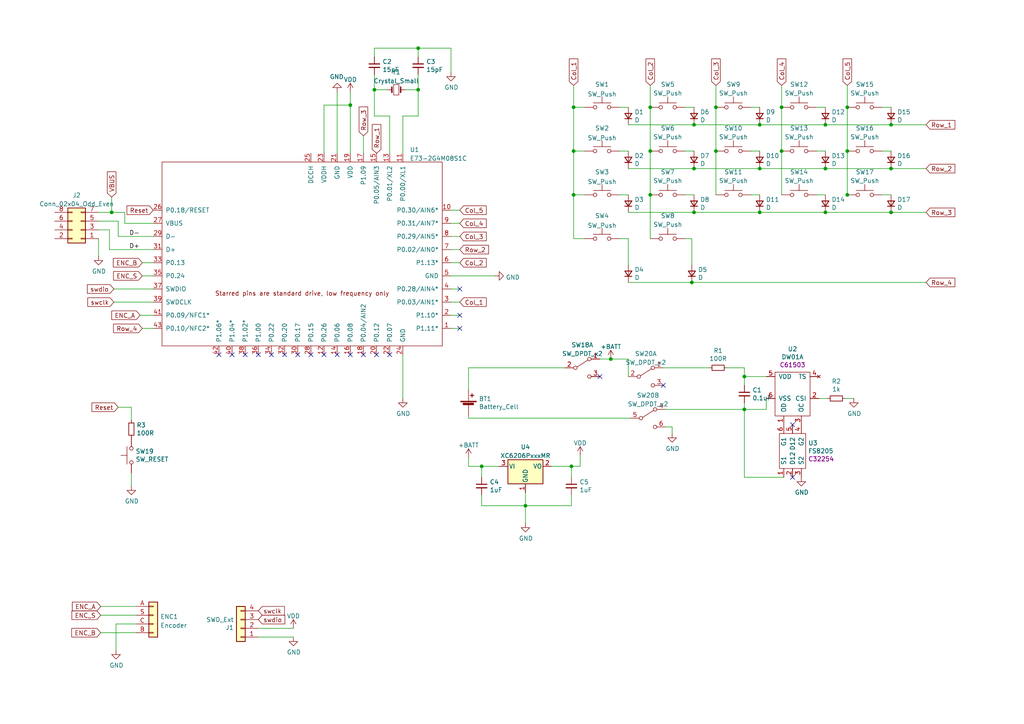
<source format=kicad_sch>
(kicad_sch (version 20211123) (generator eeschema)
  (paper "A4")
  (lib_symbols
    (symbol "Conn_01x04_1" (pin_names (offset 1.016) hide)
      (property "Reference" "ENC?" (at 2.032 -0.4353 0))
      (property "Value" "Conn_01x04_1" (at 2.032 -2.9722 0))
      (symbol "Conn_01x04_1_1_1"
        (rectangle (start -1.27 -4.953) (end 0 -5.207) (stroke (width 0.1524)))
        (rectangle (start -1.27 -2.413) (end 0 -2.667) (stroke (width 0.1524)))
        (rectangle (start -1.27 0.127) (end 0 -0.127) (stroke (width 0.1524)))
        (rectangle (start -1.27 2.667) (end 0 2.413) (stroke (width 0.1524)))
        (rectangle (start -1.27 3.81) (end 1.27 -6.35) (stroke (width 0.254)) (fill (type background)))
        (pin passive line (at -5.08 2.54 0) (length 3.81) (name "A") (number "A"))
        (pin passive line (at -5.08 -5.08 0) (length 3.81) (name "B") (number "B"))
        (pin passive line (at -5.08 -2.54 0) (length 3.81) (name "C") (number "C"))
        (pin passive line (at -5.08 0 0) (length 3.81) (name "S") (number "S"))
      )
    )
    (symbol "Connector_Generic:Conn_01x04" (pin_names (offset 1.016) hide)
      (property "Reference" "J" (at 0 5.08 0))
      (property "Value" "Conn_01x04" (at 0 -7.62 0))
      (symbol "Conn_01x04_1_1"
        (rectangle (start -1.27 -4.953) (end 0 -5.207) (stroke (width 0.1524)))
        (rectangle (start -1.27 -2.413) (end 0 -2.667) (stroke (width 0.1524)))
        (rectangle (start -1.27 0.127) (end 0 -0.127) (stroke (width 0.1524)))
        (rectangle (start -1.27 2.667) (end 0 2.413) (stroke (width 0.1524)))
        (rectangle (start -1.27 3.81) (end 1.27 -6.35) (stroke (width 0.254)) (fill (type background)))
        (pin passive line (at -5.08 2.54 0) (length 3.81) (name "Pin_1") (number "1"))
        (pin passive line (at -5.08 0 0) (length 3.81) (name "Pin_2") (number "2"))
        (pin passive line (at -5.08 -2.54 0) (length 3.81) (name "Pin_3") (number "3"))
        (pin passive line (at -5.08 -5.08 0) (length 3.81) (name "Pin_4") (number "4"))
      )
    )
    (symbol "Connector_Generic:Conn_02x04_Odd_Even" (pin_names (offset 1.016) hide)
      (property "Reference" "J" (at 1.27 5.08 0))
      (property "Value" "Conn_02x04_Odd_Even" (at 1.27 -7.62 0))
      (symbol "Conn_02x04_Odd_Even_1_1"
        (rectangle (start -1.27 -4.953) (end 0 -5.207) (stroke (width 0.1524)))
        (rectangle (start -1.27 -2.413) (end 0 -2.667) (stroke (width 0.1524)))
        (rectangle (start -1.27 0.127) (end 0 -0.127) (stroke (width 0.1524)))
        (rectangle (start -1.27 2.667) (end 0 2.413) (stroke (width 0.1524)))
        (rectangle (start -1.27 3.81) (end 3.81 -6.35) (stroke (width 0.254)) (fill (type background)))
        (rectangle (start 3.81 -4.953) (end 2.54 -5.207) (stroke (width 0.1524)))
        (rectangle (start 3.81 -2.413) (end 2.54 -2.667) (stroke (width 0.1524)))
        (rectangle (start 3.81 0.127) (end 2.54 -0.127) (stroke (width 0.1524)))
        (rectangle (start 3.81 2.667) (end 2.54 2.413) (stroke (width 0.1524)))
        (pin passive line (at -5.08 2.54 0) (length 3.81) (name "Pin_1") (number "1"))
        (pin passive line (at 7.62 2.54 180) (length 3.81) (name "Pin_2") (number "2"))
        (pin passive line (at -5.08 0 0) (length 3.81) (name "Pin_3") (number "3"))
        (pin passive line (at 7.62 0 180) (length 3.81) (name "Pin_4") (number "4"))
        (pin passive line (at -5.08 -2.54 0) (length 3.81) (name "Pin_5") (number "5"))
        (pin passive line (at 7.62 -2.54 180) (length 3.81) (name "Pin_6") (number "6"))
        (pin passive line (at -5.08 -5.08 0) (length 3.81) (name "Pin_7") (number "7"))
        (pin passive line (at 7.62 -5.08 180) (length 3.81) (name "Pin_8") (number "8"))
      )
    )
    (symbol "Device:Battery_Cell" (pin_numbers hide) (pin_names (offset 0) hide)
      (property "Reference" "BT" (at 2.54 2.54 0))
      (property "Value" "Battery_Cell" (at 2.54 0 0))
      (symbol "Battery_Cell_0_1"
        (rectangle (start -2.286 1.778) (end 2.286 1.524) (fill (type outline)))
        (rectangle (start -1.5748 1.1938) (end 1.4732 0.6858) (fill (type outline)))
        (polyline (pts (xy 0 0.762) (xy 0 0)))
        (polyline (pts (xy 0 1.778) (xy 0 2.54)))
        (polyline (pts (xy 0.508 3.429) (xy 1.524 3.429)) (stroke (width 0.254)))
        (polyline (pts (xy 1.016 3.937) (xy 1.016 2.921)) (stroke (width 0.254)))
      )
      (symbol "Battery_Cell_1_1"
        (pin passive line (at 0 5.08 270) (length 2.54) (name "+") (number "1"))
        (pin passive line (at 0 -2.54 90) (length 2.54) (name "-") (number "2"))
      )
    )
    (symbol "Device:C_Small" (pin_numbers hide) (pin_names (offset 0.254) hide)
      (property "Reference" "C" (at 0.254 1.778 0))
      (property "Value" "C_Small" (at 0.254 -2.032 0))
      (symbol "C_Small_0_1"
        (polyline (pts (xy -1.524 -0.508) (xy 1.524 -0.508)) (stroke (width 0.3302)))
        (polyline (pts (xy -1.524 0.508) (xy 1.524 0.508)) (stroke (width 0.3048)))
      )
      (symbol "C_Small_1_1"
        (pin passive line (at 0 2.54 270) (length 2.032) (name "~") (number "1"))
        (pin passive line (at 0 -2.54 90) (length 2.032) (name "~") (number "2"))
      )
    )
    (symbol "Device:Crystal_Small" (pin_numbers hide) (pin_names (offset 1.016) hide)
      (property "Reference" "Y" (at 0 2.54 0))
      (property "Value" "Crystal_Small" (at 0 -2.54 0))
      (symbol "Crystal_Small_0_1"
        (rectangle (start -0.762 -1.524) (end 0.762 1.524))
        (polyline (pts (xy -1.27 -0.762) (xy -1.27 0.762)) (stroke (width 0.381)))
        (polyline (pts (xy 1.27 -0.762) (xy 1.27 0.762)) (stroke (width 0.381)))
      )
      (symbol "Crystal_Small_1_1"
        (pin passive line (at -2.54 0 0) (length 1.27) (name "1") (number "1"))
        (pin passive line (at 2.54 0 180) (length 1.27) (name "2") (number "2"))
      )
    )
    (symbol "Device:D_Small" (pin_numbers hide) (pin_names (offset 0.254) hide)
      (property "Reference" "D" (at -1.27 2.032 0))
      (property "Value" "D_Small" (at -3.81 -2.032 0))
      (symbol "D_Small_0_1"
        (polyline (pts (xy -0.762 -1.016) (xy -0.762 1.016)) (stroke (width 0.254)))
        (polyline (pts (xy -0.762 0) (xy 0.762 0)))
        (polyline (pts (xy 0.762 -1.016) (xy -0.762 0) (xy 0.762 1.016) (xy 0.762 -1.016)) (stroke (width 0.254)))
      )
      (symbol "D_Small_1_1"
        (pin passive line (at -2.54 0 0) (length 1.778) (name "K") (number "1"))
        (pin passive line (at 2.54 0 180) (length 1.778) (name "A") (number "2"))
      )
    )
    (symbol "Device:R_Small" (pin_numbers hide) (pin_names (offset 0.254) hide)
      (property "Reference" "R" (at 0.762 0.508 0))
      (property "Value" "R_Small" (at 0.762 -1.016 0))
      (symbol "R_Small_0_1"
        (rectangle (start -0.762 1.778) (end 0.762 -1.778) (stroke (width 0.2032)))
      )
      (symbol "R_Small_1_1"
        (pin passive line (at 0 2.54 270) (length 0.762) (name "~") (number "1"))
        (pin passive line (at 0 -2.54 90) (length 0.762) (name "~") (number "2"))
      )
    )
    (symbol "Regulator_Linear:XC6206PxxxMR" (pin_names (offset 0.254))
      (property "Reference" "U" (at -3.81 3.175 0))
      (property "Value" "XC6206PxxxMR" (at 0 3.175 0))
      (symbol "XC6206PxxxMR_0_1"
        (rectangle (start -5.08 1.905) (end 5.08 -5.08) (stroke (width 0.254)) (fill (type background)))
      )
      (symbol "XC6206PxxxMR_1_1"
        (pin power_in line (at 0 -7.62 90) (length 2.54) (name "GND") (number "1"))
        (pin power_out line (at 7.62 0 180) (length 2.54) (name "VO") (number "2"))
        (pin power_in line (at -7.62 0 0) (length 2.54) (name "VI") (number "3"))
      )
    )
    (symbol "Switch:SW_DPDT_x2" (pin_names (offset 0) hide)
      (property "Reference" "SW" (at 0 4.318 0))
      (property "Value" "SW_DPDT_x2" (at 0 -5.08 0))
      (symbol "SW_DPDT_x2_0_0"
        (circle (center -2.032 0) (radius 0.508))
        (circle (center 2.032 -2.54) (radius 0.508))
      )
      (symbol "SW_DPDT_x2_0_1"
        (polyline (pts (xy -1.524 0.254) (xy 1.651 2.286)))
        (circle (center 2.032 2.54) (radius 0.508))
      )
      (symbol "SW_DPDT_x2_1_1"
        (pin passive line (at 5.08 2.54 180) (length 2.54) (name "A") (number "1"))
        (pin passive line (at -5.08 0 0) (length 2.54) (name "B") (number "2"))
        (pin passive line (at 5.08 -2.54 180) (length 2.54) (name "C") (number "3"))
      )
      (symbol "SW_DPDT_x2_2_1"
        (pin passive line (at 5.08 2.54 180) (length 2.54) (name "A") (number "4"))
        (pin passive line (at -5.08 0 0) (length 2.54) (name "B") (number "5"))
        (pin passive line (at 5.08 -2.54 180) (length 2.54) (name "C") (number "6"))
      )
    )
    (symbol "Switch:SW_Push" (pin_numbers hide) (pin_names (offset 1.016) hide)
      (property "Reference" "SW" (at 1.27 2.54 0))
      (property "Value" "SW_Push" (at 0 -1.524 0))
      (symbol "SW_Push_0_1"
        (circle (center -2.032 0) (radius 0.508))
        (polyline (pts (xy 0 1.27) (xy 0 3.048)))
        (polyline (pts (xy 2.54 1.27) (xy -2.54 1.27)))
        (circle (center 2.032 0) (radius 0.508))
        (pin passive line (at -5.08 0 0) (length 2.54) (name "1") (number "1"))
        (pin passive line (at 5.08 0 180) (length 2.54) (name "2") (number "2"))
      )
    )
    (symbol "le_chiff_ble-rescue:DW01A-kicad-keyboard-parts" (pin_names (offset 1.016))
      (property "Reference" "U" (at -5.08 7.62 0))
      (property "Value" "DW01A-kicad-keyboard-parts" (at 2.54 7.62 0))
      (property "LCSC" "C61503" (at 0 0 0))
      (symbol "DW01A-kicad-keyboard-parts_0_1"
        (rectangle (start -5.08 6.35) (end 5.08 -6.35))
      )
      (symbol "DW01A-kicad-keyboard-parts_1_1"
        (pin output line (at -2.54 -8.89 90) (length 2.54) (name "OD") (number "1"))
        (pin input line (at 7.62 -1.27 180) (length 2.54) (name "CSI") (number "2"))
        (pin output line (at 2.54 -8.89 90) (length 2.54) (name "OC") (number "3"))
        (pin no_connect line (at 7.62 5.08 180) (length 2.54) (name "TS") (number "4"))
        (pin power_in line (at -7.62 5.08 0) (length 2.54) (name "VDD") (number "5"))
        (pin power_in line (at -7.62 -1.27 0) (length 2.54) (name "VSS") (number "6"))
      )
    )
    (symbol "le_chiff_ble-rescue:FS8205-kicad-keyboard-parts" (pin_names (offset 1.016))
      (property "Reference" "U" (at -3.81 5.08 0))
      (property "Value" "FS8205-kicad-keyboard-parts" (at -1.27 -5.08 0))
      (property "LCSC" "C32254" (at 0 0 0))
      (symbol "FS8205-kicad-keyboard-parts_0_1"
        (rectangle (start -5.08 3.81) (end 5.08 -3.81))
      )
      (symbol "FS8205-kicad-keyboard-parts_1_1"
        (pin power_in line (at -7.62 2.54 0) (length 2.54) (name "S1") (number "1"))
        (pin power_in line (at -7.62 0 0) (length 2.54) (name "D12") (number "2"))
        (pin power_in line (at -7.62 -2.54 0) (length 2.54) (name "S2") (number "3"))
        (pin input line (at 7.62 -2.54 180) (length 2.54) (name "G2") (number "4"))
        (pin power_in line (at 7.62 0 180) (length 2.54) (name "D12") (number "5"))
        (pin input line (at 7.62 2.54 180) (length 2.54) (name "G1") (number "6"))
      )
    )
    (symbol "power:+BATT" (power) (pin_names (offset 0))
      (property "Value" "+BATT" (at 0 3.556 0))
      (symbol "+BATT_0_1"
        (polyline (pts (xy -0.762 1.27) (xy 0 2.54)))
        (polyline (pts (xy 0 0) (xy 0 2.54)))
        (polyline (pts (xy 0 2.54) (xy 0.762 1.27)))
      )
      (symbol "+BATT_1_1"
        (pin power_in line (at 0 0 90) (length 0) hide (name "+BATT") (number "1"))
      )
    )
    (symbol "power:GND" (power) (pin_names (offset 0))
      (property "Value" "GND" (at 0 -3.81 0))
      (symbol "GND_0_1"
        (polyline (pts (xy 0 0) (xy 0 -1.27) (xy 1.27 -1.27) (xy 0 -2.54) (xy -1.27 -1.27) (xy 0 -1.27)))
      )
      (symbol "GND_1_1"
        (pin power_in line (at 0 0 270) (length 0) hide (name "GND") (number "1"))
      )
    )
    (symbol "power:VDD" (power) (pin_names (offset 0))
      (property "Value" "VDD" (at 0 3.81 0))
      (symbol "VDD_0_1"
        (polyline (pts (xy -0.762 1.27) (xy 0 2.54)))
        (polyline (pts (xy 0 0) (xy 0 2.54)))
        (polyline (pts (xy 0 2.54) (xy 0.762 1.27)))
      )
      (symbol "VDD_1_1"
        (pin power_in line (at 0 0 90) (length 0) hide (name "VDD") (number "1"))
      )
    )
    (symbol "weteor:E73-2G4M08S1C" (pin_names (offset 1.016))
      (property "Reference" "U" (at 0 3.81 0))
      (property "Value" "E73-2G4M08S1C" (at 0 1.27 0))
      (symbol "E73-2G4M08S1C_0_0"
        (text "Starred pins are standard drive, low frequency only" (at 0 -11.43 0) (effects (font (size 1.27 1.27))))
      )
      (symbol "E73-2G4M08S1C_0_1"
        (rectangle (start -40.64 26.67) (end 40.64 -26.67))
      )
      (symbol "E73-2G4M08S1C_1_1"
        (pin input line (at 43.18 -21.59 180) (length 2.54) (name "P1.11*") (number "1"))
        (pin input line (at 43.18 12.7 180) (length 2.54) (name "P0.30/AIN6*") (number "10"))
        (pin input line (at 29.21 29.21 270) (length 2.54) (name "P0.00/XL1") (number "11"))
        (pin input line (at 6.35 -29.21 90) (length 2.54) (name "P0.26") (number "12"))
        (pin input line (at 25.4 29.21 270) (length 2.54) (name "P0.01/XL2") (number "13"))
        (pin input line (at 10.16 -29.21 90) (length 2.54) (name "P0.06") (number "14"))
        (pin input line (at 21.59 29.21 270) (length 2.54) (name "P0.05/AIN3") (number "15"))
        (pin input line (at 13.97 -29.21 90) (length 2.54) (name "P0.08") (number "16"))
        (pin input line (at 17.78 29.21 270) (length 2.54) (name "P1.09") (number "17"))
        (pin input line (at 17.78 -29.21 90) (length 2.54) (name "P0.04/AIN2") (number "18"))
        (pin input line (at 13.97 29.21 270) (length 2.54) (name "VDD") (number "19"))
        (pin input line (at 43.18 -17.78 180) (length 2.54) (name "P1.10*") (number "2"))
        (pin input line (at 21.59 -29.21 90) (length 2.54) (name "P0.12") (number "20"))
        (pin input line (at 10.16 29.21 270) (length 2.54) (name "GND") (number "21"))
        (pin input line (at 25.4 -29.21 90) (length 2.54) (name "P0.07") (number "22"))
        (pin input line (at 6.35 29.21 270) (length 2.54) (name "VDDH") (number "23"))
        (pin input line (at 29.21 -29.21 90) (length 2.54) (name "GND") (number "24"))
        (pin input line (at 2.54 29.21 270) (length 2.54) (name "DCCH") (number "25"))
        (pin input line (at -43.18 12.7 0) (length 2.54) (name "P0.18/RESET") (number "26"))
        (pin input line (at -43.18 8.89 0) (length 2.54) (name "VBUS") (number "27"))
        (pin input line (at 2.54 -29.21 90) (length 2.54) (name "P0.15") (number "28"))
        (pin input line (at -43.18 5.08 0) (length 2.54) (name "D-") (number "29"))
        (pin input line (at 43.18 -13.97 180) (length 2.54) (name "P0.03/AIN1*") (number "3"))
        (pin input line (at -1.27 -29.21 90) (length 2.54) (name "P0.17") (number "30"))
        (pin input line (at -43.18 1.27 0) (length 2.54) (name "D+") (number "31"))
        (pin input line (at -5.08 -29.21 90) (length 2.54) (name "P0.20") (number "32"))
        (pin input line (at -43.18 -2.54 0) (length 2.54) (name "P0.13") (number "33"))
        (pin input line (at -8.89 -29.21 90) (length 2.54) (name "P0.22") (number "34"))
        (pin input line (at -43.18 -6.35 0) (length 2.54) (name "P0.24") (number "35"))
        (pin input line (at -12.7 -29.21 90) (length 2.54) (name "P1.00") (number "36"))
        (pin input line (at -43.18 -10.16 0) (length 2.54) (name "SWDIO") (number "37"))
        (pin input line (at -16.51 -29.21 90) (length 2.54) (name "P1.02*") (number "38"))
        (pin input line (at -43.18 -13.97 0) (length 2.54) (name "SWDCLK") (number "39"))
        (pin input line (at 43.18 -10.16 180) (length 2.54) (name "P0.28/AIN4*") (number "4"))
        (pin input line (at -20.32 -29.21 90) (length 2.54) (name "P1.04*") (number "40"))
        (pin input line (at -43.18 -17.78 0) (length 2.54) (name "P0.09/NFC1*") (number "41"))
        (pin input line (at -24.13 -29.21 90) (length 2.54) (name "P1.06*") (number "42"))
        (pin input line (at -43.18 -21.59 0) (length 2.54) (name "P0.10/NFC2*") (number "43"))
        (pin input line (at 43.18 -6.35 180) (length 2.54) (name "GND") (number "5"))
        (pin input line (at 43.18 -2.54 180) (length 2.54) (name "P1.13*") (number "6"))
        (pin input line (at 43.18 1.27 180) (length 2.54) (name "P0.02/AIN0*") (number "7"))
        (pin input line (at 43.18 5.08 180) (length 2.54) (name "P0.29/AIN5*") (number "8"))
        (pin input line (at 43.18 8.89 180) (length 2.54) (name "P0.31/AIN7*") (number "9"))
      )
    )
  )
  (junction (at 121.285 26.035))
  (junction (at 220.345 48.895))
  (junction (at 215.9 109.22))
  (junction (at 32.385 61.595))
  (junction (at 226.695 31.115))
  (junction (at 245.745 31.115))
  (junction (at 201.295 36.195))
  (junction (at 166.37 56.515))
  (junction (at 239.395 61.595))
  (junction (at 258.445 48.895))
  (junction (at 201.295 61.595))
  (junction (at 121.285 13.97))
  (junction (at 152.4 146.685))
  (junction (at 239.395 36.195))
  (junction (at 139.7 135.255))
  (junction (at 207.645 43.815))
  (junction (at 188.595 56.515))
  (junction (at 101.6 30.48))
  (junction (at 177.165 104.14))
  (junction (at 108.585 26.035))
  (junction (at 258.445 61.595))
  (junction (at 166.37 43.815))
  (junction (at 165.735 135.255))
  (junction (at 226.695 43.815))
  (junction (at 258.445 36.195))
  (junction (at 200.66 81.915))
  (junction (at 220.345 61.595))
  (junction (at 201.295 48.895))
  (junction (at 215.9 118.745))
  (junction (at 207.645 31.115))
  (junction (at 245.745 43.815))
  (junction (at 166.37 31.115))
  (junction (at 245.745 56.515))
  (junction (at 220.345 36.195))
  (junction (at 239.395 48.895))
  (junction (at 188.595 43.815))
  (junction (at 188.595 31.115))
  (no_connect (at 229.87 138.43))
  (no_connect (at 229.87 123.19))
  (no_connect (at 105.41 102.87))
  (no_connect (at 78.74 102.87))
  (no_connect (at 101.6 102.87))
  (no_connect (at 133.35 95.25))
  (no_connect (at 67.31 102.87))
  (no_connect (at 90.17 102.87))
  (no_connect (at 86.36 102.87))
  (no_connect (at 82.55 102.87))
  (no_connect (at 71.12 102.87))
  (no_connect (at 109.22 102.87))
  (no_connect (at 113.03 102.87))
  (no_connect (at 97.79 102.87))
  (no_connect (at 192.405 111.76))
  (no_connect (at 93.98 102.87))
  (no_connect (at 74.93 102.87))
  (no_connect (at 173.99 109.22))
  (no_connect (at 133.35 83.82))
  (no_connect (at 63.5 102.87))
  (no_connect (at 133.35 91.44))
  (wire (pts (xy 166.37 43.815) (xy 166.37 56.515)))
  (wire (pts (xy 108.585 13.97) (xy 121.285 13.97)))
  (wire (pts (xy 121.285 13.97) (xy 130.81 13.97)))
  (wire (pts (xy 215.9 109.22) (xy 222.25 109.22)))
  (wire (pts (xy 34.29 118.11) (xy 38.1 118.11)))
  (wire (pts (xy 179.705 31.115) (xy 182.245 31.115)))
  (wire (pts (xy 198.755 69.215) (xy 200.66 69.215)))
  (wire (pts (xy 29.21 178.435) (xy 39.37 178.435)))
  (wire (pts (xy 207.645 43.815) (xy 207.645 56.515)))
  (wire (pts (xy 210.82 106.68) (xy 215.9 106.68)))
  (wire (pts (xy 117.475 26.035) (xy 121.285 26.035)))
  (wire (pts (xy 201.295 61.595) (xy 220.345 61.595)))
  (wire (pts (xy 198.755 56.515) (xy 201.295 56.515)))
  (wire (pts (xy 217.805 31.115) (xy 220.345 31.115)))
  (wire (pts (xy 74.93 182.245) (xy 85.09 182.245)))
  (wire (pts (xy 239.395 36.195) (xy 258.445 36.195)))
  (wire (pts (xy 166.37 43.815) (xy 169.545 43.815)))
  (wire (pts (xy 188.595 31.115) (xy 188.595 43.815)))
  (wire (pts (xy 97.79 26.67) (xy 97.79 44.45)))
  (wire (pts (xy 41.275 76.2) (xy 44.45 76.2)))
  (wire (pts (xy 32.385 57.15) (xy 32.385 61.595)))
  (wire (pts (xy 192.405 106.68) (xy 205.74 106.68)))
  (wire (pts (xy 245.745 56.515) (xy 246.38 56.515)))
  (wire (pts (xy 135.89 132.715) (xy 135.89 135.255)))
  (wire (pts (xy 38.1 137.16) (xy 38.1 140.97)))
  (wire (pts (xy 182.245 104.14) (xy 182.245 109.22)))
  (wire (pts (xy 207.645 31.115) (xy 207.645 43.815)))
  (wire (pts (xy 236.855 43.815) (xy 239.395 43.815)))
  (wire (pts (xy 133.35 72.39) (xy 130.81 72.39)))
  (wire (pts (xy 116.84 33.655) (xy 116.84 44.45)))
  (wire (pts (xy 31.75 66.675) (xy 31.75 72.39)))
  (wire (pts (xy 258.445 48.895) (xy 268.605 48.895)))
  (wire (pts (xy 29.21 183.515) (xy 39.37 183.515)))
  (wire (pts (xy 258.445 61.595) (xy 268.605 61.595)))
  (wire (pts (xy 28.575 66.675) (xy 31.75 66.675)))
  (wire (pts (xy 93.98 30.48) (xy 101.6 30.48)))
  (wire (pts (xy 226.695 24.765) (xy 226.695 31.115)))
  (wire (pts (xy 152.4 142.875) (xy 152.4 146.685)))
  (wire (pts (xy 182.88 121.285) (xy 135.89 121.285)))
  (wire (pts (xy 139.7 135.255) (xy 135.89 135.255)))
  (wire (pts (xy 34.29 64.135) (xy 28.575 64.135)))
  (wire (pts (xy 152.4 146.685) (xy 152.4 151.765)))
  (wire (pts (xy 39.37 180.975) (xy 33.655 180.975)))
  (wire (pts (xy 207.645 24.765) (xy 207.645 31.115)))
  (wire (pts (xy 255.905 31.115) (xy 258.445 31.115)))
  (wire (pts (xy 193.04 123.825) (xy 194.945 123.825)))
  (wire (pts (xy 28.575 61.595) (xy 32.385 61.595)))
  (wire (pts (xy 108.585 16.51) (xy 108.585 13.97)))
  (wire (pts (xy 36.195 64.77) (xy 44.45 64.77)))
  (wire (pts (xy 44.45 68.58) (xy 34.29 68.58)))
  (wire (pts (xy 165.735 135.255) (xy 165.735 138.43)))
  (wire (pts (xy 188.595 43.815) (xy 188.595 56.515)))
  (wire (pts (xy 179.705 69.215) (xy 182.245 69.215)))
  (wire (pts (xy 215.9 118.745) (xy 222.25 118.745)))
  (wire (pts (xy 40.64 91.44) (xy 44.45 91.44)))
  (wire (pts (xy 258.445 36.195) (xy 268.605 36.195)))
  (wire (pts (xy 182.245 61.595) (xy 201.295 61.595)))
  (wire (pts (xy 245.11 115.57) (xy 247.65 115.57)))
  (wire (pts (xy 101.6 30.48) (xy 101.6 44.45)))
  (wire (pts (xy 215.9 109.22) (xy 215.9 111.76)))
  (wire (pts (xy 41.275 80.01) (xy 44.45 80.01)))
  (wire (pts (xy 74.93 184.785) (xy 85.09 184.785)))
  (wire (pts (xy 116.84 115.57) (xy 116.84 102.87)))
  (wire (pts (xy 217.805 56.515) (xy 220.345 56.515)))
  (wire (pts (xy 31.75 72.39) (xy 44.45 72.39)))
  (wire (pts (xy 121.285 13.97) (xy 121.285 16.51)))
  (wire (pts (xy 198.755 43.815) (xy 201.295 43.815)))
  (wire (pts (xy 166.37 31.115) (xy 166.37 43.815)))
  (wire (pts (xy 226.695 31.115) (xy 226.695 43.815)))
  (wire (pts (xy 245.745 43.815) (xy 245.745 56.515)))
  (wire (pts (xy 201.295 36.195) (xy 220.345 36.195)))
  (wire (pts (xy 121.285 26.035) (xy 121.285 33.655)))
  (wire (pts (xy 33.02 83.82) (xy 44.45 83.82)))
  (wire (pts (xy 139.7 135.255) (xy 139.7 138.43)))
  (wire (pts (xy 133.35 87.63) (xy 130.81 87.63)))
  (wire (pts (xy 188.595 56.515) (xy 188.595 69.215)))
  (wire (pts (xy 152.4 146.685) (xy 165.735 146.685)))
  (wire (pts (xy 182.245 48.895) (xy 201.295 48.895)))
  (wire (pts (xy 32.385 61.595) (xy 36.195 61.595)))
  (wire (pts (xy 34.29 68.58) (xy 34.29 64.135)))
  (wire (pts (xy 121.285 21.59) (xy 121.285 26.035)))
  (wire (pts (xy 133.35 76.2) (xy 130.81 76.2)))
  (wire (pts (xy 108.585 33.655) (xy 108.585 26.035)))
  (wire (pts (xy 237.49 115.57) (xy 240.03 115.57)))
  (wire (pts (xy 113.03 33.655) (xy 108.585 33.655)))
  (wire (pts (xy 179.705 56.515) (xy 182.245 56.515)))
  (wire (pts (xy 236.855 56.515) (xy 239.395 56.515)))
  (wire (pts (xy 182.245 81.915) (xy 200.66 81.915)))
  (wire (pts (xy 236.855 31.115) (xy 239.395 31.115)))
  (wire (pts (xy 33.02 87.63) (xy 44.45 87.63)))
  (wire (pts (xy 133.35 95.25) (xy 130.81 95.25)))
  (wire (pts (xy 182.245 36.195) (xy 201.295 36.195)))
  (wire (pts (xy 105.41 39.37) (xy 105.41 44.45)))
  (wire (pts (xy 93.98 44.45) (xy 93.98 30.48)))
  (wire (pts (xy 108.585 26.035) (xy 112.395 26.035)))
  (wire (pts (xy 41.275 95.25) (xy 44.45 95.25)))
  (wire (pts (xy 220.345 48.895) (xy 239.395 48.895)))
  (wire (pts (xy 198.755 31.115) (xy 201.295 31.115)))
  (wire (pts (xy 226.695 43.815) (xy 226.695 56.515)))
  (wire (pts (xy 165.735 146.685) (xy 165.735 143.51)))
  (wire (pts (xy 160.02 135.255) (xy 165.735 135.255)))
  (wire (pts (xy 101.6 26.67) (xy 101.6 30.48)))
  (wire (pts (xy 255.905 56.515) (xy 258.445 56.515)))
  (wire (pts (xy 166.37 56.515) (xy 169.545 56.515)))
  (wire (pts (xy 166.37 24.765) (xy 166.37 31.115)))
  (wire (pts (xy 215.9 116.84) (xy 215.9 118.745)))
  (wire (pts (xy 239.395 48.895) (xy 258.445 48.895)))
  (wire (pts (xy 133.35 60.96) (xy 130.81 60.96)))
  (wire (pts (xy 130.81 13.97) (xy 130.81 20.955)))
  (wire (pts (xy 200.66 81.915) (xy 268.605 81.915)))
  (wire (pts (xy 188.595 24.765) (xy 188.595 31.115)))
  (wire (pts (xy 222.25 118.745) (xy 222.25 115.57)))
  (wire (pts (xy 33.655 180.975) (xy 33.655 188.595)))
  (wire (pts (xy 179.705 43.815) (xy 182.245 43.815)))
  (wire (pts (xy 28.575 74.295) (xy 28.575 69.215)))
  (wire (pts (xy 166.37 56.515) (xy 166.37 69.215)))
  (wire (pts (xy 239.395 61.595) (xy 258.445 61.595)))
  (wire (pts (xy 201.295 48.895) (xy 220.345 48.895)))
  (wire (pts (xy 168.275 132.08) (xy 168.275 135.255)))
  (wire (pts (xy 133.35 83.82) (xy 130.81 83.82)))
  (wire (pts (xy 133.35 64.77) (xy 130.81 64.77)))
  (wire (pts (xy 143.51 80.01) (xy 130.81 80.01)))
  (wire (pts (xy 215.9 106.68) (xy 215.9 109.22)))
  (wire (pts (xy 200.66 69.215) (xy 200.66 76.835)))
  (wire (pts (xy 135.89 106.68) (xy 135.89 113.03)))
  (wire (pts (xy 166.37 31.115) (xy 169.545 31.115)))
  (wire (pts (xy 139.7 146.685) (xy 152.4 146.685)))
  (wire (pts (xy 217.805 43.815) (xy 220.345 43.815)))
  (wire (pts (xy 245.745 24.765) (xy 245.745 31.115)))
  (wire (pts (xy 135.89 120.65) (xy 135.89 121.285)))
  (wire (pts (xy 121.285 33.655) (xy 116.84 33.655)))
  (wire (pts (xy 194.945 123.825) (xy 194.945 125.73)))
  (wire (pts (xy 215.9 138.43) (xy 227.33 138.43)))
  (wire (pts (xy 220.345 36.195) (xy 239.395 36.195)))
  (wire (pts (xy 255.905 43.815) (xy 258.445 43.815)))
  (wire (pts (xy 220.345 61.595) (xy 239.395 61.595)))
  (wire (pts (xy 245.745 31.115) (xy 245.745 43.815)))
  (wire (pts (xy 133.35 91.44) (xy 130.81 91.44)))
  (wire (pts (xy 144.78 135.255) (xy 139.7 135.255)))
  (wire (pts (xy 165.735 135.255) (xy 168.275 135.255)))
  (wire (pts (xy 177.165 104.14) (xy 182.245 104.14)))
  (wire (pts (xy 29.21 175.895) (xy 39.37 175.895)))
  (wire (pts (xy 36.195 61.595) (xy 36.195 64.77)))
  (wire (pts (xy 38.1 118.11) (xy 38.1 121.92)))
  (wire (pts (xy 108.585 21.59) (xy 108.585 26.035)))
  (wire (pts (xy 182.245 69.215) (xy 182.245 76.835)))
  (wire (pts (xy 173.99 104.14) (xy 177.165 104.14)))
  (wire (pts (xy 113.03 44.45) (xy 113.03 33.655)))
  (wire (pts (xy 133.35 68.58) (xy 130.81 68.58)))
  (wire (pts (xy 215.9 118.745) (xy 193.04 118.745)))
  (wire (pts (xy 166.37 69.215) (xy 169.545 69.215)))
  (wire (pts (xy 135.89 106.68) (xy 163.83 106.68)))
  (wire (pts (xy 215.9 118.745) (xy 215.9 138.43)))
  (wire (pts (xy 139.7 146.685) (xy 139.7 143.51)))
  (label "D+" (at 37.465 72.39 0))
  (label "D-" (at 37.465 68.58 0))
  (global_label "Row_4" (shape input) (at 268.605 81.915 0) (property "Intersheet References" "${INTERSHEET_REFS}" (effects hide)))
  (global_label "Row_1" (shape input) (at 268.605 36.195 0) (property "Intersheet References" "${INTERSHEET_REFS}" (effects hide)))
  (global_label "ENC_S" (shape input) (at 41.275 80.01 180) (property "Intersheet References" "${INTERSHEET_REFS}" (effects hide)))
  (global_label "Row_3" (shape input) (at 268.605 61.595 0) (property "Intersheet References" "${INTERSHEET_REFS}" (effects hide)))
  (global_label "Col_3" (shape input) (at 207.645 24.765 90) (property "Intersheet References" "${INTERSHEET_REFS}" (effects hide)))
  (global_label "swclk" (shape input) (at 33.02 87.63 180) (property "Intersheetrefs" "${INTERSHEET_REFS}" (effects hide)))
  (global_label "Col_4" (shape input) (at 226.695 24.765 90) (property "Intersheet References" "${INTERSHEET_REFS}" (effects hide)))
  (global_label "ENC_B" (shape input) (at 29.21 183.515 180) (property "Intersheet References" "${INTERSHEET_REFS}" (effects hide)))
  (global_label "ENC_A" (shape input) (at 40.64 91.44 180) (property "Intersheet References" "${INTERSHEET_REFS}" (effects hide)))
  (global_label "swclk" (shape input) (at 74.93 177.165 0) (property "Intersheetrefs" "${INTERSHEET_REFS}" (effects hide)))
  (global_label "Reset" (shape input) (at 34.29 118.11 180) (property "Intersheet References" "${INTERSHEET_REFS}" (effects hide)))
  (global_label "ENC_S" (shape input) (at 29.21 178.435 180) (property "Intersheet References" "${INTERSHEET_REFS}" (effects hide)))
  (global_label "Row_1" (shape input) (at 109.22 44.45 90) (property "Intersheet References" "${INTERSHEET_REFS}" (effects hide)))
  (global_label "Reset" (shape input) (at 44.45 60.96 180) (property "Intersheet References" "${INTERSHEET_REFS}" (effects hide)))
  (global_label "Row_2" (shape input) (at 133.35 72.39 0) (property "Intersheet References" "${INTERSHEET_REFS}" (effects hide)))
  (global_label "Row_2" (shape input) (at 268.605 48.895 0) (property "Intersheet References" "${INTERSHEET_REFS}" (effects hide)))
  (global_label "ENC_B" (shape input) (at 41.275 76.2 180) (property "Intersheet References" "${INTERSHEET_REFS}" (effects hide)))
  (global_label "swdio" (shape input) (at 74.93 179.705 0) (property "Intersheetrefs" "${INTERSHEET_REFS}" (effects hide)))
  (global_label "ENC_A" (shape input) (at 29.21 175.895 180) (property "Intersheet References" "${INTERSHEET_REFS}" (effects hide)))
  (global_label "Col_5" (shape input) (at 245.745 24.765 90) (property "Intersheet References" "${INTERSHEET_REFS}" (effects hide)))
  (global_label "Col_3" (shape input) (at 133.35 68.58 0) (property "Intersheet References" "${INTERSHEET_REFS}" (effects hide)))
  (global_label "VBUS" (shape input) (at 32.385 57.15 90) (property "Intersheet References" "${INTERSHEET_REFS}" (effects hide)))
  (global_label "Col_4" (shape input) (at 133.35 64.77 0) (property "Intersheet References" "${INTERSHEET_REFS}" (effects hide)))
  (global_label "Row_4" (shape input) (at 41.275 95.25 180) (property "Intersheet References" "${INTERSHEET_REFS}" (effects hide)))
  (global_label "Row_3" (shape input) (at 105.41 39.37 90) (property "Intersheet References" "${INTERSHEET_REFS}" (effects hide)))
  (global_label "Col_2" (shape input) (at 133.35 76.2 0) (property "Intersheet References" "${INTERSHEET_REFS}" (effects hide)))
  (global_label "Col_5" (shape input) (at 133.35 60.96 0) (property "Intersheet References" "${INTERSHEET_REFS}" (effects hide)))
  (global_label "Col_2" (shape input) (at 188.595 24.765 90) (property "Intersheet References" "${INTERSHEET_REFS}" (effects hide)))
  (global_label "swdio" (shape input) (at 33.02 83.82 180) (property "Intersheetrefs" "${INTERSHEET_REFS}" (effects hide)))
  (global_label "Col_1" (shape input) (at 166.37 24.765 90) (property "Intersheet References" "${INTERSHEET_REFS}" (effects hide)))
  (global_label "Col_1" (shape input) (at 133.35 87.63 0) (property "Intersheet References" "${INTERSHEET_REFS}" (effects hide)))
  (symbol (lib_id "power:GND") (at 130.81 20.955 0) (unit 1)
    (property "Reference" "#PWR013" (effects hide))
    (property "Value" "GND" (at 130.937 25.3492 0))
  )
  (symbol (lib_id "Switch:SW_Push") (at 193.675 31.115 0) (unit 1)
    (property "Reference" "SW5" (at 193.675 24.4942 0))
    (property "Value" "SW_Push" (at 193.675 27.0311 0))
    (property "Footprint" "weteor:ChocV1_V2_Hotswap_3d" (effects hide))
  )
  (symbol (lib_id "Switch:SW_Push") (at 212.725 31.115 0) (unit 1)
    (property "Reference" "SW9" (at 212.725 24.4942 0))
    (property "Value" "SW_Push" (at 212.725 27.0311 0))
    (property "Footprint" "weteor:ChocV1_V2_Hotswap_3d" (effects hide))
  )
  (symbol (lib_id "Switch:SW_Push") (at 193.675 69.215 0) (unit 1)
    (property "Reference" "SW8" (at 193.675 62.5942 0))
    (property "Value" "SW_Push" (at 193.675 65.1311 0))
    (property "Footprint" "weteor:ChocV1_V2_Hotswap_1.5u" (effects hide))
  )
  (symbol (lib_id "Device:D_Small") (at 220.345 33.655 90) (unit 1)
    (property "Reference" "D9" (at 222.123 32.4866 90) (effects (justify right)))
    (property "Value" "D" (at 222.123 34.798 90) (effects (justify right)))
    (property "Footprint" "weteor:D_SOD-123" (effects hide))
  )
  (symbol (lib_id "Switch:SW_Push") (at 231.775 43.815 0) (unit 1)
    (property "Reference" "SW13" (at 231.775 37.1942 0))
    (property "Value" "SW_Push" (at 231.775 39.7311 0))
    (property "Footprint" "weteor:ChocV1_V2_Hotswap_3d" (effects hide))
  )
  (symbol (lib_id "Device:R_Small") (at 208.28 106.68 270) (unit 1)
    (property "Reference" "R1" (at 208.28 101.7016 90))
    (property "Value" "100R" (at 208.28 104.013 90))
    (property "Footprint" "Resistor_SMD:R_0603_1608Metric" (effects hide))
  )
  (symbol (lib_id "Device:R_Small") (at 242.57 115.57 270) (unit 1)
    (property "Reference" "R2" (at 242.57 110.5916 90))
    (property "Value" "1k" (at 242.57 112.903 90))
    (property "Footprint" "Resistor_SMD:R_0603_1608Metric" (effects hide))
  )
  (symbol (lib_id "Switch:SW_Push") (at 174.625 43.815 0) (unit 1)
    (property "Reference" "SW2" (at 174.625 37.1942 0))
    (property "Value" "SW_Push" (at 174.625 40.005 0))
    (property "Footprint" "weteor:ChocV1_V2_Hotswap_3d" (effects hide))
  )
  (symbol (lib_id "Device:D_Small") (at 182.245 33.655 90) (unit 1)
    (property "Reference" "D1" (at 184.023 32.4866 90) (effects (justify right)))
    (property "Value" "D" (at 184.023 34.798 90) (effects (justify right)))
    (property "Footprint" "weteor:D_SOD-123" (effects hide))
  )
  (symbol (lib_id "Device:D_Small") (at 239.395 46.355 90) (unit 1)
    (property "Reference" "D13" (at 241.173 45.1866 90) (effects (justify right)))
    (property "Value" "D" (at 241.173 47.498 90) (effects (justify right)))
    (property "Footprint" "weteor:D_SOD-123" (effects hide))
  )
  (symbol (lib_id "Device:C_Small") (at 165.735 140.97 0) (unit 1)
    (property "Reference" "C5" (at 168.0718 139.8016 0) (effects (justify left)))
    (property "Value" "1uF" (at 168.0718 142.113 0) (effects (justify left)))
    (property "Footprint" "Capacitor_SMD:C_0603_1608Metric" (effects hide))
  )
  (symbol (lib_id "Device:C_Small") (at 139.7 140.97 0) (unit 1)
    (property "Reference" "C4" (at 142.0368 139.8016 0) (effects (justify left)))
    (property "Value" "1uF" (at 142.0368 142.113 0) (effects (justify left)))
    (property "Footprint" "Capacitor_SMD:C_0603_1608Metric" (effects hide))
  )
  (symbol (lib_id "Switch:SW_Push") (at 231.775 56.515 0) (unit 1)
    (property "Reference" "SW14" (at 231.775 49.8942 0))
    (property "Value" "SW_Push" (at 231.775 52.4311 0))
    (property "Footprint" "weteor:ChocV1_V2_Hotswap_3d" (effects hide))
  )
  (symbol (lib_id "power:GND") (at 232.41 138.43 0) (unit 1)
    (property "Reference" "#PWR011" (effects hide))
    (property "Value" "GND" (at 232.537 142.8242 0))
  )
  (symbol (lib_id "Device:C_Small") (at 121.285 19.05 0) (unit 1)
    (property "Reference" "C3" (at 123.6218 17.8816 0) (effects (justify left)))
    (property "Value" "15pF" (at 123.6218 20.193 0) (effects (justify left)))
    (property "Footprint" "Capacitor_SMD:C_0603_1608Metric" (effects hide))
  )
  (symbol (lib_id "power:GND") (at 152.4 151.765 0) (unit 1)
    (property "Reference" "#PWR0104" (effects hide))
    (property "Value" "GND" (at 152.527 156.1592 0))
  )
  (symbol (lib_id "weteor:E73-2G4M08S1C") (at 87.63 73.66 0) (unit 1)
    (property "Reference" "U1" (at 118.8594 43.4172 0) (effects (justify left)))
    (property "Value" "E73-2G4M08S1C" (at 118.8594 45.9541 0) (effects (justify left)))
    (property "Footprint" "weteor:E73-2G4M08S1C_bottom" (effects hide))
  )
  (symbol (lib_id "power:+BATT") (at 177.165 104.14 0) (unit 1)
    (property "Reference" "#PWR010" (effects hide))
    (property "Value" "+BATT" (at 177.165 100.5642 0))
  )
  (symbol (lib_name "Conn_01x04_1") (lib_id "Connector_Generic:Conn_01x04") (at 44.45 178.435 0) (unit 1)
    (property "Reference" "ENC1" (at 46.482 178.8703 0) (effects (justify left)))
    (property "Value" "Encoder" (at 46.482 181.4072 0) (effects (justify left)))
    (property "Footprint" "weteor:Mitsumi_SIQ-02FVS3" (effects hide))
  )
  (symbol (lib_id "Switch:SW_Push") (at 212.725 43.815 0) (unit 1)
    (property "Reference" "SW10" (at 212.725 37.1942 0))
    (property "Value" "SW_Push" (at 212.725 39.7311 0))
    (property "Footprint" "weteor:ChocV1_V2_Hotswap_3d" (effects hide))
  )
  (symbol (lib_id "Switch:SW_Push") (at 250.825 56.515 0) (unit 1)
    (property "Reference" "SW17" (at 250.825 49.8942 0))
    (property "Value" "SW_Push" (at 250.825 52.4311 0))
    (property "Footprint" "weteor:ChocV1_V2_Hotswap_3d" (effects hide))
  )
  (symbol (lib_id "Regulator_Linear:XC6206PxxxMR") (at 152.4 135.255 0) (unit 1)
    (property "Reference" "U4" (at 152.4 129.6502 0))
    (property "Value" "XC6206PxxxMR" (at 152.4 132.1871 0))
    (property "Footprint" "Package_TO_SOT_SMD:SOT-23" (effects hide))
    (property "Datasheet" "https://www.torexsemi.com/file/xc6206/XC6206.pdf" (effects hide))
  )
  (symbol (lib_id "power:GND") (at 85.09 184.785 0) (unit 1)
    (property "Reference" "#PWR06" (effects hide))
    (property "Value" "GND" (at 85.217 189.1792 0))
  )
  (symbol (lib_id "power:GND") (at 38.1 140.97 0) (unit 1)
    (property "Reference" "#PWR08" (effects hide))
    (property "Value" "GND" (at 38.227 145.3642 0))
  )
  (symbol (lib_id "Device:D_Small") (at 182.245 79.375 90) (unit 1)
    (property "Reference" "D4" (at 184.023 78.2066 90) (effects (justify right)))
    (property "Value" "D" (at 184.023 80.518 90) (effects (justify right)))
    (property "Footprint" "weteor:D_SOD-123" (effects hide))
  )
  (symbol (lib_id "Device:D_Small") (at 200.66 79.375 90) (unit 1)
    (property "Reference" "D5" (at 202.438 78.2066 90) (effects (justify right)))
    (property "Value" "D" (at 202.438 80.518 90) (effects (justify right)))
    (property "Footprint" "weteor:D_SOD-123" (effects hide))
  )
  (symbol (lib_id "Device:C_Small") (at 108.585 19.05 0) (unit 1)
    (property "Reference" "C2" (at 110.9218 17.8816 0) (effects (justify left)))
    (property "Value" "15pF" (at 110.9218 20.193 0) (effects (justify left)))
    (property "Footprint" "Capacitor_SMD:C_0603_1608Metric" (effects hide))
  )
  (symbol (lib_id "Switch:SW_Push") (at 250.825 43.815 0) (unit 1)
    (property "Reference" "SW16" (at 250.825 37.1942 0))
    (property "Value" "SW_Push" (at 250.825 39.7311 0))
    (property "Footprint" "weteor:ChocV1_V2_Hotswap_3d" (effects hide))
  )
  (symbol (lib_id "power:VDD") (at 168.275 132.08 0) (unit 1)
    (property "Reference" "#PWR0103" (effects hide))
    (property "Value" "VDD" (at 168.275 128.5042 0))
  )
  (symbol (lib_id "Device:D_Small") (at 220.345 46.355 90) (unit 1)
    (property "Reference" "D10" (at 222.123 45.1866 90) (effects (justify right)))
    (property "Value" "D" (at 222.123 47.498 90) (effects (justify right)))
    (property "Footprint" "weteor:D_SOD-123" (effects hide))
  )
  (symbol (lib_id "Switch:SW_Push") (at 231.775 31.115 0) (unit 1)
    (property "Reference" "SW12" (at 231.775 24.4942 0))
    (property "Value" "SW_Push" (at 231.775 27.0311 0))
    (property "Footprint" "weteor:ChocV1_V2_Hotswap_3d" (effects hide))
  )
  (symbol (lib_id "Switch:SW_DPDT_x2") (at 168.91 106.68 0) (unit 1)
    (property "Reference" "SW18" (at 168.91 100.0592 0))
    (property "Value" "SW_DPDT_x2" (at 168.91 102.5961 0))
    (property "Footprint" "weteor:DPDT - C2837066" (effects hide))
  )
  (symbol (lib_id "Device:D_Small") (at 182.245 46.355 90) (unit 1)
    (property "Reference" "D2" (at 184.023 45.1866 90) (effects (justify right)))
    (property "Value" "D" (at 184.023 47.498 90) (effects (justify right)))
    (property "Footprint" "weteor:D_SOD-123" (effects hide))
  )
  (symbol (lib_id "power:GND") (at 33.655 188.595 0) (unit 1)
    (property "Reference" "#PWR02" (effects hide))
    (property "Value" "GND" (at 33.782 192.9892 0))
  )
  (symbol (lib_id "power:GND") (at 97.79 26.67 180) (unit 1)
    (property "Reference" "#PWR05" (effects hide))
    (property "Value" "GND" (at 97.663 22.2758 0))
  )
  (symbol (lib_id "Device:D_Small") (at 201.295 59.055 90) (unit 1)
    (property "Reference" "D8" (at 203.073 57.8866 90) (effects (justify right)))
    (property "Value" "D" (at 203.073 60.198 90) (effects (justify right)))
    (property "Footprint" "weteor:D_SOD-123" (effects hide))
  )
  (symbol (lib_id "power:VDD") (at 85.09 182.245 0) (unit 1)
    (property "Reference" "#PWR03" (effects hide))
    (property "Value" "VDD" (at 85.09 178.6692 0))
  )
  (symbol (lib_id "Switch:SW_Push") (at 250.825 31.115 0) (unit 1)
    (property "Reference" "SW15" (at 250.825 24.4942 0))
    (property "Value" "SW_Push" (at 250.825 27.0311 0))
    (property "Footprint" "weteor:ChocV1_V2_Hotswap_3d" (effects hide))
  )
  (symbol (lib_id "Switch:SW_Push") (at 174.625 69.215 0) (unit 1)
    (property "Reference" "SW4" (at 174.625 62.5942 0))
    (property "Value" "SW_Push" (at 174.625 65.405 0))
    (property "Footprint" "weteor:ChocV1_V2_Hotswap_3d" (effects hide))
  )
  (symbol (lib_id "Switch:SW_Push") (at 38.1 132.08 90) (unit 1)
    (property "Reference" "SW19" (at 39.3192 130.9116 90) (effects (justify right)))
    (property "Value" "SW_RESET" (at 39.3192 133.223 90) (effects (justify right)))
    (property "Footprint" "weteor:Micro_Push_Button_3x6x2.5mm" (effects hide))
  )
  (symbol (lib_id "Switch:SW_DPDT_x2") (at 187.325 109.22 0) (unit 1)
    (property "Reference" "SW20" (at 187.325 102.5992 0))
    (property "Value" "SW_DPDT_x2" (at 187.325 105.1361 0))
    (property "Footprint" "weteor:DPDT - C2837066" (effects hide))
  )
  (symbol (lib_id "le_chiff_ble-rescue:DW01A-kicad-keyboard-parts") (at 229.87 114.3 0) (unit 1)
    (property "Reference" "U2" (at 229.87 101.219 0))
    (property "Value" "DW01A" (at 229.87 103.5304 0))
    (property "Footprint" "Package_TO_SOT_SMD:SOT-23-6" (effects hide))
    (property "Datasheet" "https://datasheet.lcsc.com/szlcsc/Fortune-Semicon-DW01A-G_C61503.pdf" (effects hide))
    (property "LCSC" "C61503" (at 229.87 105.8418 0))
  )
  (symbol (lib_id "Connector_Generic:Conn_01x04") (at 69.85 182.245 180) (unit 1)
    (property "Reference" "J1" (at 67.818 182.0418 0) (effects (justify left)))
    (property "Value" "SWD_Ext" (at 67.818 179.7304 0) (effects (justify left)))
    (property "Footprint" "Connector_PinHeader_2.54mm:PinHeader_1x04_P2.54mm_Vertical" (effects hide))
  )
  (symbol (lib_id "Switch:SW_Push") (at 212.725 56.515 0) (unit 1)
    (property "Reference" "SW11" (at 212.725 49.8942 0))
    (property "Value" "SW_Push" (at 212.725 52.4311 0))
    (property "Footprint" "weteor:ChocV1_V2_Hotswap_3d" (effects hide))
  )
  (symbol (lib_id "Device:D_Small") (at 201.295 46.355 90) (unit 1)
    (property "Reference" "D7" (at 203.073 45.1866 90) (effects (justify right)))
    (property "Value" "D" (at 203.073 47.498 90) (effects (justify right)))
    (property "Footprint" "weteor:D_SOD-123" (effects hide))
  )
  (symbol (lib_id "Device:C_Small") (at 215.9 114.3 0) (unit 1)
    (property "Reference" "C1" (at 218.2368 113.1316 0) (effects (justify left)))
    (property "Value" "0.1uF" (at 218.2368 115.443 0) (effects (justify left)))
    (property "Footprint" "Capacitor_SMD:C_0603_1608Metric" (effects hide))
  )
  (symbol (lib_id "Device:D_Small") (at 182.245 59.055 90) (unit 1)
    (property "Reference" "D3" (at 184.023 57.8866 90) (effects (justify right)))
    (property "Value" "D" (at 184.023 60.198 90) (effects (justify right)))
    (property "Footprint" "weteor:D_SOD-123" (effects hide))
  )
  (symbol (lib_id "power:GND") (at 194.945 125.73 0) (unit 1)
    (property "Reference" "#PWR0102" (effects hide))
    (property "Value" "GND" (at 195.072 130.1242 0))
  )
  (symbol (lib_id "Switch:SW_Push") (at 193.675 43.815 0) (unit 1)
    (property "Reference" "SW6" (at 193.675 37.1942 0))
    (property "Value" "SW_Push" (at 193.675 39.7311 0))
    (property "Footprint" "weteor:ChocV1_V2_Hotswap_3d" (effects hide))
  )
  (symbol (lib_id "power:GND") (at 143.51 80.01 90) (unit 1)
    (property "Reference" "#PWR0101" (effects hide))
    (property "Value" "GND" (at 146.685 80.4438 90) (effects (justify right)))
  )
  (symbol (lib_id "power:GND") (at 247.65 115.57 0) (unit 1)
    (property "Reference" "#PWR012" (effects hide))
    (property "Value" "GND" (at 247.777 119.9642 0))
  )
  (symbol (lib_id "power:+BATT") (at 135.89 132.715 0) (unit 1)
    (property "Reference" "#PWR0105" (effects hide))
    (property "Value" "+BATT" (at 135.89 129.1392 0))
  )
  (symbol (lib_id "Device:D_Small") (at 220.345 59.055 90) (unit 1)
    (property "Reference" "D11" (at 222.123 57.8866 90) (effects (justify right)))
    (property "Value" "D" (at 222.123 60.198 90) (effects (justify right)))
    (property "Footprint" "weteor:D_SOD-123" (effects hide))
  )
  (symbol (lib_id "Device:D_Small") (at 201.295 33.655 90) (unit 1)
    (property "Reference" "D6" (at 203.073 32.4866 90) (effects (justify right)))
    (property "Value" "D" (at 203.073 34.798 90) (effects (justify right)))
    (property "Footprint" "weteor:D_SOD-123" (effects hide))
  )
  (symbol (lib_id "Connector_Generic:Conn_02x04_Odd_Even") (at 23.495 66.675 180) (unit 1)
    (property "Reference" "J2" (at 22.225 56.6252 0))
    (property "Value" "Conn_02x04_Odd_Even" (at 22.225 59.1621 0))
    (property "Footprint" "Connector_PinSocket_1.27mm:PinSocket_2x04_P1.27mm_Vertical" (effects hide))
  )
  (symbol (lib_id "le_chiff_ble-rescue:FS8205-kicad-keyboard-parts") (at 229.87 130.81 90) (unit 1)
    (property "Reference" "U3" (at 234.3912 128.4986 90) (effects (justify right)))
    (property "Value" "FS8205" (at 234.3912 130.81 90) (effects (justify right)))
    (property "Footprint" "Package_TO_SOT_SMD:SOT-23-6" (effects hide))
    (property "Datasheet" "https://datasheet.lcsc.com/szlcsc/Fortune-Semicon-FS8205_C32254.pdf" (effects hide))
    (property "LCSC" "C32254" (at 234.3912 133.1214 90) (effects (justify right)))
  )
  (symbol (lib_id "power:GND") (at 28.575 74.295 0) (unit 1)
    (property "Reference" "#PWR01" (effects hide))
    (property "Value" "GND" (at 28.702 78.6892 0))
  )
  (symbol (lib_id "Switch:SW_Push") (at 174.625 31.115 0) (unit 1)
    (property "Reference" "SW1" (at 174.625 24.4942 0))
    (property "Value" "SW_Push" (at 174.625 27.305 0))
    (property "Footprint" "weteor:ChocV1_V2_Hotswap_3d" (effects hide))
  )
  (symbol (lib_id "Device:D_Small") (at 239.395 33.655 90) (unit 1)
    (property "Reference" "D12" (at 241.173 32.4866 90) (effects (justify right)))
    (property "Value" "D" (at 241.173 34.798 90) (effects (justify right)))
    (property "Footprint" "weteor:D_SOD-123" (effects hide))
  )
  (symbol (lib_id "power:GND") (at 116.84 115.57 0) (unit 1)
    (property "Reference" "#PWR09" (effects hide))
    (property "Value" "GND" (at 116.967 119.9642 0))
  )
  (symbol (lib_id "Device:R_Small") (at 38.1 124.46 0) (unit 1)
    (property "Reference" "R3" (at 39.5986 123.2916 0) (effects (justify left)))
    (property "Value" "100R" (at 39.5986 125.603 0) (effects (justify left)))
    (property "Footprint" "Resistor_SMD:R_0603_1608Metric" (effects hide))
  )
  (symbol (lib_id "Device:Battery_Cell") (at 135.89 118.11 0) (unit 1)
    (property "Reference" "BT1" (at 138.8872 115.6716 0) (effects (justify left)))
    (property "Value" "Battery_Cell" (at 138.8872 117.983 0) (effects (justify left)))
    (property "Footprint" "weteor:Coin Cell 2032" (effects hide))
  )
  (symbol (lib_id "Device:D_Small") (at 239.395 59.055 90) (unit 1)
    (property "Reference" "D14" (at 241.173 57.8866 90) (effects (justify right)))
    (property "Value" "D" (at 241.173 60.198 90) (effects (justify right)))
    (property "Footprint" "weteor:D_SOD-123" (effects hide))
  )
  (symbol (lib_id "Device:Crystal_Small") (at 114.935 26.035 0) (unit 1)
    (property "Reference" "Y1" (at 114.935 20.9382 0))
    (property "Value" "Crystal_Small" (at 114.935 23.4751 0))
    (property "Footprint" "Crystal:Crystal_SMD_3215-2Pin_3.2x1.5mm" (effects hide))
  )
  (symbol (lib_id "Switch:SW_DPDT_x2") (at 187.96 121.285 0) (unit 2)
    (property "Reference" "SW20" (at 187.96 114.6642 0))
    (property "Value" "SW_DPDT_x2" (at 187.96 117.2011 0))
    (property "Footprint" "weteor:DPDT - C2837066" (effects hide))
  )
  (symbol (lib_id "Device:D_Small") (at 258.445 33.655 90) (unit 1)
    (property "Reference" "D15" (at 260.223 32.4866 90) (effects (justify right)))
    (property "Value" "D" (at 260.223 34.798 90) (effects (justify right)))
    (property "Footprint" "weteor:D_SOD-123" (effects hide))
  )
  (symbol (lib_id "Device:D_Small") (at 258.445 59.055 90) (unit 1)
    (property "Reference" "D17" (at 260.223 57.8866 90) (effects (justify right)))
    (property "Value" "D" (at 260.223 60.198 90) (effects (justify right)))
    (property "Footprint" "weteor:D_SOD-123" (effects hide))
  )
  (symbol (lib_id "Switch:SW_Push") (at 174.625 56.515 0) (unit 1)
    (property "Reference" "SW3" (at 174.625 49.8942 0))
    (property "Value" "SW_Push" (at 174.625 52.705 0))
    (property "Footprint" "weteor:ChocV1_V2_Hotswap_3d" (effects hide))
  )
  (symbol (lib_id "power:VDD") (at 101.6 26.67 0) (unit 1)
    (property "Reference" "#PWR07" (effects hide))
    (property "Value" "VDD" (at 101.6 23.0942 0))
  )
  (symbol (lib_id "Device:D_Small") (at 258.445 46.355 90) (unit 1)
    (property "Reference" "D16" (at 260.223 45.1866 90) (effects (justify right)))
    (property "Value" "D" (at 260.223 47.498 90) (effects (justify right)))
    (property "Footprint" "weteor:D_SOD-123" (effects hide))
  )
  (symbol (lib_id "Switch:SW_Push") (at 193.675 56.515 0) (unit 1)
    (property "Reference" "SW7" (at 193.675 49.8942 0))
    (property "Value" "SW_Push" (at 193.675 52.4311 0))
    (property "Footprint" "weteor:ChocV1_V2_Hotswap_3d" (effects hide))
  )
)
</source>
